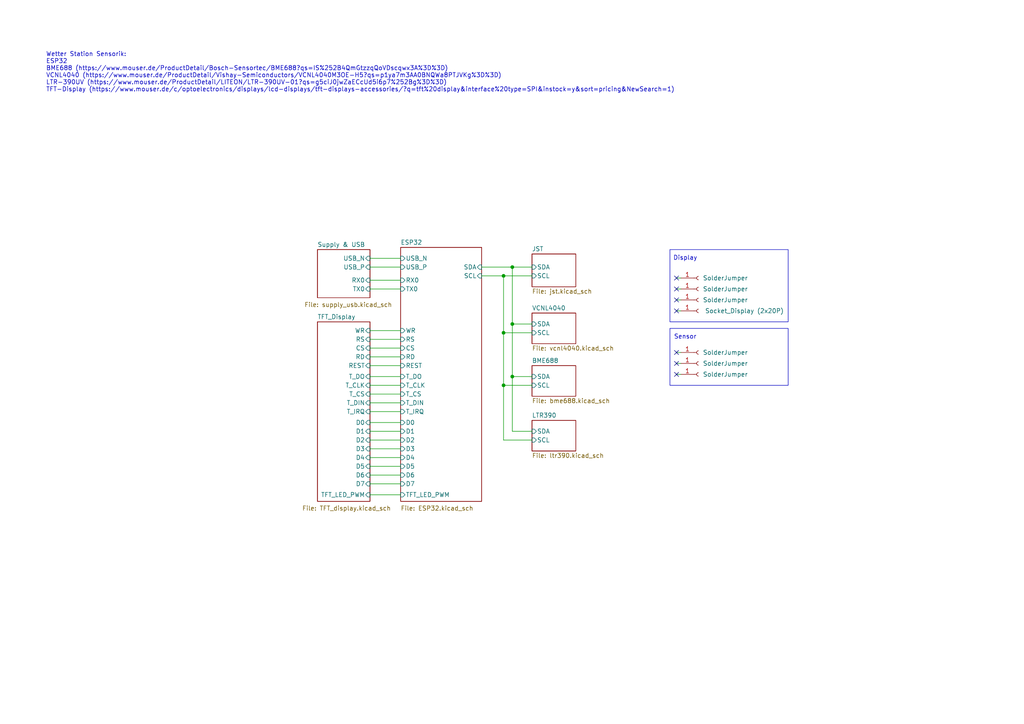
<source format=kicad_sch>
(kicad_sch (version 20231120) (generator "eeschema") (generator_version "8.0")
  (paper "A4")
  (lib_symbols
    (symbol "Connector:Conn_01x01_Socket" (pin_names (offset 1.016) hide)
      (property "Reference" "J" (at 0 2.54 0))
      (property "Value" "Conn_01x01_Socket" (at 0 -2.54 0))
      (symbol "Conn_01x01_Socket_1_1"
        (polyline (pts (xy -1.27 0) (xy -0.508 0)) (stroke (width 0.1524)))
        (arc (start 0 0.508) (mid -0.5058 0) (end 0 -0.508) (stroke (width 0.1524)))
        (pin passive line (at -5.08 0 0) (length 3.81) (name "Pin_1") (number "1"))
      )
    )
  )
  (junction (at 148.59 93.98))
  (junction (at 146.05 111.76))
  (junction (at 146.05 96.52))
  (junction (at 148.59 77.47))
  (junction (at 146.05 80.01))
  (junction (at 148.59 109.22))
  (no_connect (at 196.215 86.995))
  (no_connect (at 196.215 108.585))
  (no_connect (at 196.215 90.17))
  (no_connect (at 196.215 105.41))
  (no_connect (at 196.215 80.645))
  (no_connect (at 196.215 83.82))
  (no_connect (at 196.215 102.235))
  (wire (pts (xy 107.315 100.965) (xy 116.205 100.965)))
  (wire (pts (xy 107.315 81.28) (xy 116.205 81.28)))
  (wire (pts (xy 196.215 108.585) (xy 197.485 108.585)))
  (wire (pts (xy 196.215 102.235) (xy 197.485 102.235)))
  (wire (pts (xy 148.59 109.22) (xy 148.59 93.98)))
  (wire (pts (xy 107.315 106.045) (xy 116.205 106.045)))
  (wire (pts (xy 154.305 96.52) (xy 146.05 96.52)))
  (wire (pts (xy 107.315 137.795) (xy 116.205 137.795)))
  (wire (pts (xy 154.305 109.22) (xy 148.59 109.22)))
  (wire (pts (xy 107.315 95.885) (xy 116.205 95.885)))
  (wire (pts (xy 146.05 111.76) (xy 146.05 96.52)))
  (wire (pts (xy 107.315 143.51) (xy 116.205 143.51)))
  (wire (pts (xy 107.315 77.47) (xy 116.205 77.47)))
  (wire (pts (xy 107.315 135.255) (xy 116.205 135.255)))
  (wire (pts (xy 107.315 116.84) (xy 116.205 116.84)))
  (wire (pts (xy 154.305 93.98) (xy 148.59 93.98)))
  (wire (pts (xy 107.315 98.425) (xy 116.205 98.425)))
  (wire (pts (xy 107.315 83.82) (xy 116.205 83.82)))
  (wire (pts (xy 107.315 109.22) (xy 116.205 109.22)))
  (wire (pts (xy 139.7 77.47) (xy 148.59 77.47)))
  (wire (pts (xy 107.315 111.76) (xy 116.205 111.76)))
  (wire (pts (xy 196.215 105.41) (xy 197.485 105.41)))
  (wire (pts (xy 196.215 80.645) (xy 197.485 80.645)))
  (wire (pts (xy 146.05 96.52) (xy 146.05 80.01)))
  (wire (pts (xy 146.05 80.01) (xy 154.305 80.01)))
  (wire (pts (xy 107.315 132.715) (xy 116.205 132.715)))
  (wire (pts (xy 148.59 77.47) (xy 154.305 77.47)))
  (wire (pts (xy 154.305 125.095) (xy 148.59 125.095)))
  (wire (pts (xy 154.305 127.635) (xy 146.05 127.635)))
  (wire (pts (xy 107.315 119.38) (xy 116.205 119.38)))
  (wire (pts (xy 139.7 80.01) (xy 146.05 80.01)))
  (wire (pts (xy 107.315 140.335) (xy 116.205 140.335)))
  (wire (pts (xy 196.215 90.17) (xy 197.485 90.17)))
  (wire (pts (xy 107.315 122.555) (xy 116.205 122.555)))
  (wire (pts (xy 154.305 111.76) (xy 146.05 111.76)))
  (wire (pts (xy 148.59 125.095) (xy 148.59 109.22)))
  (wire (pts (xy 196.215 86.995) (xy 197.485 86.995)))
  (wire (pts (xy 107.315 127.635) (xy 116.205 127.635)))
  (wire (pts (xy 107.315 125.095) (xy 116.205 125.095)))
  (wire (pts (xy 196.215 83.82) (xy 197.485 83.82)))
  (wire (pts (xy 107.315 130.175) (xy 116.205 130.175)))
  (wire (pts (xy 107.315 103.505) (xy 116.205 103.505)))
  (wire (pts (xy 146.05 127.635) (xy 146.05 111.76)))
  (wire (pts (xy 107.315 114.3) (xy 116.205 114.3)))
  (wire (pts (xy 148.59 93.98) (xy 148.59 77.47)))
  (wire (pts (xy 107.315 74.93) (xy 116.205 74.93)))
  (rectangle (start 194.31 95.25) (end 228.6 111.76))
  (rectangle (start 194.31 72.39) (end 228.6 93.345))
  (text "Display" (at 198.755 74.93 0) (effects (font (size 1.27 1.27))))
  (text "Sensor" (at 198.755 97.79 0) (effects (font (size 1.27 1.27))))
  (text "Wetter Station Sensorik:\nESP32\nBME688 (https://www.mouser.de/ProductDetail/Bosch-Sensortec/BME688?qs=IS%252B4QmGtzzqQoVDscqwx3A%3D%3D)\nVCNL4040 (https://www.mouser.de/ProductDetail/Vishay-Semiconductors/VCNL4040M3OE-H5?qs=p1ya7m3AA0BNQWa8PTJVKg%3D%3D)\nLTR-390UV (https://www.mouser.de/ProductDetail/LITEON/LTR-390UV-01?qs=g5ciJ0jwZaECcUd5i6p7%252Bg%3D%3D)\nTFT-Display (https://www.mouser.de/c/optoelectronics/displays/lcd-displays/tft-displays-accessories/?q=tft%20display&interface%20type=SPI&instock=y&sort=pricing&NewSearch=1)\n" (at 13.335 20.955 0) (effects (font (size 1.27 1.27)) (justify left)))
  (symbol (lib_id "Connector:Conn_01x01_Socket") (at 202.565 86.995 0) (unit 1) (in_bom no)
    (property "Reference" "J7" (effects (hide yes)))
    (property "Value" "SolderJumper" (at 203.835 86.995 0) (effects (justify left)))
    (property "Footprint" "ProjectFootprints:Solder_Jumper" (effects (hide yes)))
    (property "Description" "Generic connector, single row, 01x01, script generated" (effects (hide yes)))
  )
  (symbol (lib_id "Connector:Conn_01x01_Socket") (at 202.565 105.41 0) (unit 1) (in_bom no)
    (property "Reference" "J10" (effects (hide yes)))
    (property "Value" "SolderJumper" (at 203.835 105.41 0) (effects (justify left)))
    (property "Footprint" "ProjectFootprints:Solder_Jumper" (effects (hide yes)))
    (property "Description" "Generic connector, single row, 01x01, script generated" (effects (hide yes)))
  )
  (symbol (lib_id "Connector:Conn_01x01_Socket") (at 202.565 90.17 0) (unit 1) (exclude_from_sim yes) (on_board no)
    (property "Reference" "J5" (effects (hide yes)))
    (property "Value" "Socket_Display (2x20P)" (at 204.47 90.17 0) (effects (justify left)))
    (property "Description" "Generic connector, single row, 01x01, script generated" (effects (hide yes)))
    (property "MNR" "200-SSW-120-01-TD006" (effects (hide yes)))
    (property "LCSC" "C2977589" (effects (hide yes)))
  )
  (symbol (lib_id "Connector:Conn_01x01_Socket") (at 202.565 102.235 0) (unit 1) (in_bom no)
    (property "Reference" "J9" (effects (hide yes)))
    (property "Value" "SolderJumper" (at 203.835 102.235 0) (effects (justify left)))
    (property "Footprint" "ProjectFootprints:Solder_Jumper" (effects (hide yes)))
    (property "Description" "Generic connector, single row, 01x01, script generated" (effects (hide yes)))
  )
  (symbol (lib_id "Connector:Conn_01x01_Socket") (at 202.565 108.585 0) (unit 1) (in_bom no)
    (property "Reference" "J11" (effects (hide yes)))
    (property "Value" "SolderJumper" (at 203.835 108.585 0) (effects (justify left)))
    (property "Footprint" "ProjectFootprints:Solder_Jumper" (effects (hide yes)))
    (property "Description" "Generic connector, single row, 01x01, script generated" (effects (hide yes)))
  )
  (symbol (lib_id "Connector:Conn_01x01_Socket") (at 202.565 83.82 0) (unit 1) (in_bom no)
    (property "Reference" "J4" (effects (hide yes)))
    (property "Value" "SolderJumper" (at 203.835 83.82 0) (effects (justify left)))
    (property "Footprint" "ProjectFootprints:Solder_Jumper" (effects (hide yes)))
    (property "Description" "Generic connector, single row, 01x01, script generated" (effects (hide yes)))
  )
  (symbol (lib_id "Connector:Conn_01x01_Socket") (at 202.565 80.645 0) (unit 1) (in_bom no)
    (property "Reference" "J3" (effects (hide yes)))
    (property "Value" "SolderJumper" (at 203.835 80.645 0) (effects (justify left)))
    (property "Footprint" "ProjectFootprints:Solder_Jumper" (effects (hide yes)))
    (property "Description" "Generic connector, single row, 01x01, script generated" (effects (hide yes)))
  )
  (sheet (at 116.205 71.755) (size 23.495 73.66) (stroke (width 0.1524))
    (property "Sheetname" "ESP32" (at 116.205 71.0434 0) (effects (justify left bottom)))
    (property "Sheetfile" "ESP32.kicad_sch" (at 116.205 146.685 0) (effects (justify left top)))
    (pin "TX0" input (at 116.205 83.82 180))
    (pin "USB_N" input (at 116.205 74.93 180))
    (pin "USB_P" input (at 116.205 77.47 180))
    (pin "RX0" input (at 116.205 81.28 180))
    (pin "SDA" input (at 139.7 77.47 0))
    (pin "SCL" input (at 139.7 80.01 0))
    (pin "D0" input (at 116.205 122.555 180))
    (pin "D2" input (at 116.205 127.635 180))
    (pin "D1" input (at 116.205 125.095 180))
    (pin "D3" input (at 116.205 130.175 180))
    (pin "D4" input (at 116.205 132.715 180))
    (pin "D6" input (at 116.205 137.795 180))
    (pin "D5" input (at 116.205 135.255 180))
    (pin "D7" input (at 116.205 140.335 180))
    (pin "TFT_LED_PWM" input (at 116.205 143.51 180))
    (pin "T_CLK" input (at 116.205 111.76 180))
    (pin "T_DIN" input (at 116.205 116.84 180))
    (pin "T_CS" input (at 116.205 114.3 180))
    (pin "RS" input (at 116.205 98.425 180))
    (pin "CS" input (at 116.205 100.965 180))
    (pin "REST" input (at 116.205 106.045 180))
    (pin "RD" input (at 116.205 103.505 180))
    (pin "WR" input (at 116.205 95.885 180))
    (pin "T_IRQ" input (at 116.205 119.38 180))
    (pin "T_DO" input (at 116.205 109.22 180))
  )
  (sheet (at 154.305 73.66) (size 12.7 9.525) (stroke (width 0.1524))
    (property "Sheetname" "JST" (at 154.305 72.9484 0) (effects (justify left bottom)))
    (property "Sheetfile" "jst.kicad_sch" (at 154.305 83.7696 0) (effects (justify left top)))
    (pin "SCL" input (at 154.305 80.01 180))
    (pin "SDA" input (at 154.305 77.47 180))
  )
  (sheet (at 154.305 106.045) (size 12.7 8.89) (stroke (width 0.1524))
    (property "Sheetname" "BME688" (at 154.305 105.3334 0) (effects (justify left bottom)))
    (property "Sheetfile" "bme688.kicad_sch" (at 154.305 115.5196 0) (effects (justify left top)))
    (pin "SCL" input (at 154.305 111.76 180))
    (pin "SDA" input (at 154.305 109.22 180))
  )
  (sheet (at 154.305 121.92) (size 12.7 8.89) (stroke (width 0.1524))
    (property "Sheetname" "LTR390" (at 154.305 121.2084 0) (effects (justify left bottom)))
    (property "Sheetfile" "ltr390.kicad_sch" (at 154.305 131.3946 0) (effects (justify left top)))
    (pin "SDA" input (at 154.305 125.095 180))
    (pin "SCL" input (at 154.305 127.635 180))
  )
  (sheet (at 154.305 90.805) (size 12.7 8.89) (stroke (width 0.1524))
    (property "Sheetname" "VCNL4040" (at 154.305 90.0934 0) (effects (justify left bottom)))
    (property "Sheetfile" "vcnl4040.kicad_sch" (at 154.305 100.2796 0) (effects (justify left top)))
    (pin "SCL" input (at 154.305 96.52 180))
    (pin "SDA" input (at 154.305 93.98 180))
  )
  (sheet (at 92.075 93.345) (size 15.24 52.07) (stroke (width 0.1524))
    (property "Sheetname" "TFT_Display" (at 92.075 92.6334 0) (effects (justify left bottom)))
    (property "Sheetfile" "TFT_display.kicad_sch" (at 87.63 146.685 0) (effects (justify left top)))
    (pin "T_DO" input (at 107.315 109.22 0))
    (pin "T_CLK" input (at 107.315 111.76 0))
    (pin "T_CS" input (at 107.315 114.3 0))
    (pin "T_DIN" input (at 107.315 116.84 0))
    (pin "T_IRQ" input (at 107.315 119.38 0))
    (pin "RS" input (at 107.315 98.425 0))
    (pin "TFT_LED_PWM" input (at 107.315 143.51 0))
    (pin "D2" input (at 107.315 127.635 0))
    (pin "D3" input (at 107.315 130.175 0))
    (pin "D7" input (at 107.315 140.335 0))
    (pin "D4" input (at 107.315 132.715 0))
    (pin "D5" input (at 107.315 135.255 0))
    (pin "D6" input (at 107.315 137.795 0))
    (pin "D0" input (at 107.315 122.555 0))
    (pin "D1" input (at 107.315 125.095 0))
    (pin "CS" input (at 107.315 100.965 0))
    (pin "RD" input (at 107.315 103.505 0))
    (pin "WR" input (at 107.315 95.885 0))
    (pin "REST" input (at 107.315 106.045 0))
  )
  (sheet (at 92.075 72.39) (size 15.24 13.97) (stroke (width 0.1524))
    (property "Sheetname" "Supply & USB" (at 92.075 71.6784 0) (effects (justify left bottom)))
    (property "Sheetfile" "supply_usb.kicad_sch" (at 88.265 87.63 0) (effects (justify left top)))
    (pin "USB_P" input (at 107.315 77.47 0))
    (pin "USB_N" input (at 107.315 74.93 0))
    (pin "RX0" input (at 107.315 81.28 0))
    (pin "TX0" input (at 107.315 83.82 0))
  )
)
</source>
